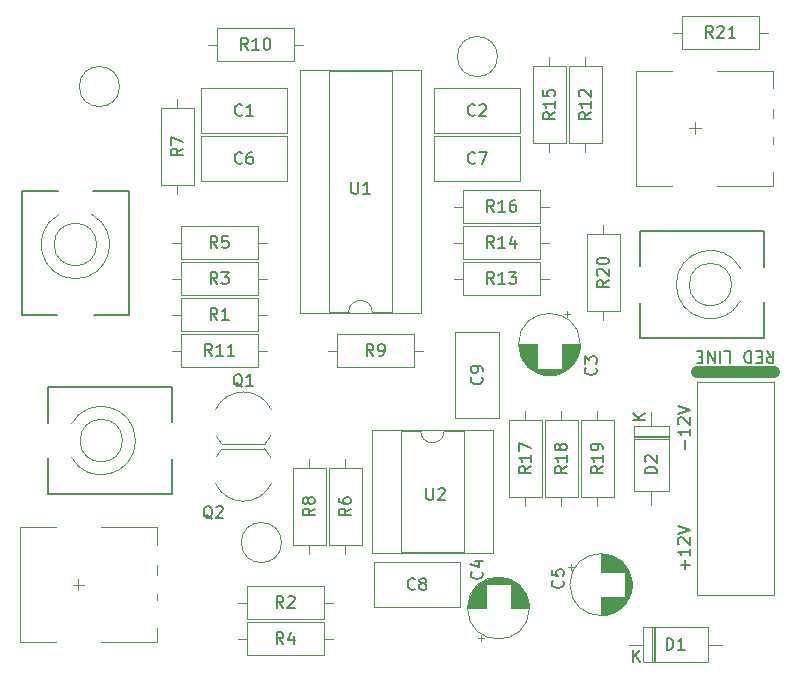
<source format=gto>
%TF.GenerationSoftware,KiCad,Pcbnew,(6.0.0-0)*%
%TF.CreationDate,2022-05-15T09:39:36+01:00*%
%TF.ProjectId,example-lowpass-filter,6578616d-706c-4652-9d6c-6f7770617373,r01*%
%TF.SameCoordinates,Original*%
%TF.FileFunction,Legend,Top*%
%TF.FilePolarity,Positive*%
%FSLAX46Y46*%
G04 Gerber Fmt 4.6, Leading zero omitted, Abs format (unit mm)*
G04 Created by KiCad (PCBNEW (6.0.0-0)) date 2022-05-15 09:39:36*
%MOMM*%
%LPD*%
G01*
G04 APERTURE LIST*
%ADD10C,0.150000*%
%ADD11C,0.120000*%
%ADD12C,0.200000*%
%ADD13C,1.000000*%
G04 APERTURE END LIST*
D10*
%TO.C,R21*%
X153535142Y-51760380D02*
X153201809Y-51284190D01*
X152963714Y-51760380D02*
X152963714Y-50760380D01*
X153344666Y-50760380D01*
X153439904Y-50808000D01*
X153487523Y-50855619D01*
X153535142Y-50950857D01*
X153535142Y-51093714D01*
X153487523Y-51188952D01*
X153439904Y-51236571D01*
X153344666Y-51284190D01*
X152963714Y-51284190D01*
X153916095Y-50855619D02*
X153963714Y-50808000D01*
X154058952Y-50760380D01*
X154297047Y-50760380D01*
X154392285Y-50808000D01*
X154439904Y-50855619D01*
X154487523Y-50950857D01*
X154487523Y-51046095D01*
X154439904Y-51188952D01*
X153868476Y-51760380D01*
X154487523Y-51760380D01*
X155439904Y-51760380D02*
X154868476Y-51760380D01*
X155154190Y-51760380D02*
X155154190Y-50760380D01*
X155058952Y-50903238D01*
X154963714Y-50998476D01*
X154868476Y-51046095D01*
%TO.C,R20*%
X144724380Y-72270857D02*
X144248190Y-72604190D01*
X144724380Y-72842285D02*
X143724380Y-72842285D01*
X143724380Y-72461333D01*
X143772000Y-72366095D01*
X143819619Y-72318476D01*
X143914857Y-72270857D01*
X144057714Y-72270857D01*
X144152952Y-72318476D01*
X144200571Y-72366095D01*
X144248190Y-72461333D01*
X144248190Y-72842285D01*
X143819619Y-71889904D02*
X143772000Y-71842285D01*
X143724380Y-71747047D01*
X143724380Y-71508952D01*
X143772000Y-71413714D01*
X143819619Y-71366095D01*
X143914857Y-71318476D01*
X144010095Y-71318476D01*
X144152952Y-71366095D01*
X144724380Y-71937523D01*
X144724380Y-71318476D01*
X143724380Y-70699428D02*
X143724380Y-70604190D01*
X143772000Y-70508952D01*
X143819619Y-70461333D01*
X143914857Y-70413714D01*
X144105333Y-70366095D01*
X144343428Y-70366095D01*
X144533904Y-70413714D01*
X144629142Y-70461333D01*
X144676761Y-70508952D01*
X144724380Y-70604190D01*
X144724380Y-70699428D01*
X144676761Y-70794666D01*
X144629142Y-70842285D01*
X144533904Y-70889904D01*
X144343428Y-70937523D01*
X144105333Y-70937523D01*
X143914857Y-70889904D01*
X143819619Y-70842285D01*
X143772000Y-70794666D01*
X143724380Y-70699428D01*
%TO.C,R13*%
X134993142Y-72588380D02*
X134659809Y-72112190D01*
X134421714Y-72588380D02*
X134421714Y-71588380D01*
X134802666Y-71588380D01*
X134897904Y-71636000D01*
X134945523Y-71683619D01*
X134993142Y-71778857D01*
X134993142Y-71921714D01*
X134945523Y-72016952D01*
X134897904Y-72064571D01*
X134802666Y-72112190D01*
X134421714Y-72112190D01*
X135945523Y-72588380D02*
X135374095Y-72588380D01*
X135659809Y-72588380D02*
X135659809Y-71588380D01*
X135564571Y-71731238D01*
X135469333Y-71826476D01*
X135374095Y-71874095D01*
X136278857Y-71588380D02*
X136897904Y-71588380D01*
X136564571Y-71969333D01*
X136707428Y-71969333D01*
X136802666Y-72016952D01*
X136850285Y-72064571D01*
X136897904Y-72159809D01*
X136897904Y-72397904D01*
X136850285Y-72493142D01*
X136802666Y-72540761D01*
X136707428Y-72588380D01*
X136421714Y-72588380D01*
X136326476Y-72540761D01*
X136278857Y-72493142D01*
%TO.C,C4*%
X133961142Y-96940666D02*
X134008761Y-96988285D01*
X134056380Y-97131142D01*
X134056380Y-97226380D01*
X134008761Y-97369238D01*
X133913523Y-97464476D01*
X133818285Y-97512095D01*
X133627809Y-97559714D01*
X133484952Y-97559714D01*
X133294476Y-97512095D01*
X133199238Y-97464476D01*
X133104000Y-97369238D01*
X133056380Y-97226380D01*
X133056380Y-97131142D01*
X133104000Y-96988285D01*
X133151619Y-96940666D01*
X133389714Y-96083523D02*
X134056380Y-96083523D01*
X133008761Y-96321619D02*
X133723047Y-96559714D01*
X133723047Y-95940666D01*
%TO.C,C3*%
X143613142Y-79668666D02*
X143660761Y-79716285D01*
X143708380Y-79859142D01*
X143708380Y-79954380D01*
X143660761Y-80097238D01*
X143565523Y-80192476D01*
X143470285Y-80240095D01*
X143279809Y-80287714D01*
X143136952Y-80287714D01*
X142946476Y-80240095D01*
X142851238Y-80192476D01*
X142756000Y-80097238D01*
X142708380Y-79954380D01*
X142708380Y-79859142D01*
X142756000Y-79716285D01*
X142803619Y-79668666D01*
X142708380Y-79335333D02*
X142708380Y-78716285D01*
X143089333Y-79049619D01*
X143089333Y-78906761D01*
X143136952Y-78811523D01*
X143184571Y-78763904D01*
X143279809Y-78716285D01*
X143517904Y-78716285D01*
X143613142Y-78763904D01*
X143660761Y-78811523D01*
X143708380Y-78906761D01*
X143708380Y-79192476D01*
X143660761Y-79287714D01*
X143613142Y-79335333D01*
%TO.C,R14*%
X134993142Y-69540380D02*
X134659809Y-69064190D01*
X134421714Y-69540380D02*
X134421714Y-68540380D01*
X134802666Y-68540380D01*
X134897904Y-68588000D01*
X134945523Y-68635619D01*
X134993142Y-68730857D01*
X134993142Y-68873714D01*
X134945523Y-68968952D01*
X134897904Y-69016571D01*
X134802666Y-69064190D01*
X134421714Y-69064190D01*
X135945523Y-69540380D02*
X135374095Y-69540380D01*
X135659809Y-69540380D02*
X135659809Y-68540380D01*
X135564571Y-68683238D01*
X135469333Y-68778476D01*
X135374095Y-68826095D01*
X136802666Y-68873714D02*
X136802666Y-69540380D01*
X136564571Y-68492761D02*
X136326476Y-69207047D01*
X136945523Y-69207047D01*
%TO.C,R3*%
X111593333Y-72588380D02*
X111260000Y-72112190D01*
X111021904Y-72588380D02*
X111021904Y-71588380D01*
X111402857Y-71588380D01*
X111498095Y-71636000D01*
X111545714Y-71683619D01*
X111593333Y-71778857D01*
X111593333Y-71921714D01*
X111545714Y-72016952D01*
X111498095Y-72064571D01*
X111402857Y-72112190D01*
X111021904Y-72112190D01*
X111926666Y-71588380D02*
X112545714Y-71588380D01*
X112212380Y-71969333D01*
X112355238Y-71969333D01*
X112450476Y-72016952D01*
X112498095Y-72064571D01*
X112545714Y-72159809D01*
X112545714Y-72397904D01*
X112498095Y-72493142D01*
X112450476Y-72540761D01*
X112355238Y-72588380D01*
X112069523Y-72588380D01*
X111974285Y-72540761D01*
X111926666Y-72493142D01*
%TO.C,R9*%
X124801333Y-78684380D02*
X124468000Y-78208190D01*
X124229904Y-78684380D02*
X124229904Y-77684380D01*
X124610857Y-77684380D01*
X124706095Y-77732000D01*
X124753714Y-77779619D01*
X124801333Y-77874857D01*
X124801333Y-78017714D01*
X124753714Y-78112952D01*
X124706095Y-78160571D01*
X124610857Y-78208190D01*
X124229904Y-78208190D01*
X125277523Y-78684380D02*
X125468000Y-78684380D01*
X125563238Y-78636761D01*
X125610857Y-78589142D01*
X125706095Y-78446285D01*
X125753714Y-78255809D01*
X125753714Y-77874857D01*
X125706095Y-77779619D01*
X125658476Y-77732000D01*
X125563238Y-77684380D01*
X125372761Y-77684380D01*
X125277523Y-77732000D01*
X125229904Y-77779619D01*
X125182285Y-77874857D01*
X125182285Y-78112952D01*
X125229904Y-78208190D01*
X125277523Y-78255809D01*
X125372761Y-78303428D01*
X125563238Y-78303428D01*
X125658476Y-78255809D01*
X125706095Y-78208190D01*
X125753714Y-78112952D01*
%TO.C,R17*%
X138120380Y-88018857D02*
X137644190Y-88352190D01*
X138120380Y-88590285D02*
X137120380Y-88590285D01*
X137120380Y-88209333D01*
X137168000Y-88114095D01*
X137215619Y-88066476D01*
X137310857Y-88018857D01*
X137453714Y-88018857D01*
X137548952Y-88066476D01*
X137596571Y-88114095D01*
X137644190Y-88209333D01*
X137644190Y-88590285D01*
X138120380Y-87066476D02*
X138120380Y-87637904D01*
X138120380Y-87352190D02*
X137120380Y-87352190D01*
X137263238Y-87447428D01*
X137358476Y-87542666D01*
X137406095Y-87637904D01*
X137120380Y-86733142D02*
X137120380Y-86066476D01*
X138120380Y-86495047D01*
%TO.C,R11*%
X111117142Y-78684380D02*
X110783809Y-78208190D01*
X110545714Y-78684380D02*
X110545714Y-77684380D01*
X110926666Y-77684380D01*
X111021904Y-77732000D01*
X111069523Y-77779619D01*
X111117142Y-77874857D01*
X111117142Y-78017714D01*
X111069523Y-78112952D01*
X111021904Y-78160571D01*
X110926666Y-78208190D01*
X110545714Y-78208190D01*
X112069523Y-78684380D02*
X111498095Y-78684380D01*
X111783809Y-78684380D02*
X111783809Y-77684380D01*
X111688571Y-77827238D01*
X111593333Y-77922476D01*
X111498095Y-77970095D01*
X113021904Y-78684380D02*
X112450476Y-78684380D01*
X112736190Y-78684380D02*
X112736190Y-77684380D01*
X112640952Y-77827238D01*
X112545714Y-77922476D01*
X112450476Y-77970095D01*
%TO.C,C8*%
X128317333Y-98401142D02*
X128269714Y-98448761D01*
X128126857Y-98496380D01*
X128031619Y-98496380D01*
X127888761Y-98448761D01*
X127793523Y-98353523D01*
X127745904Y-98258285D01*
X127698285Y-98067809D01*
X127698285Y-97924952D01*
X127745904Y-97734476D01*
X127793523Y-97639238D01*
X127888761Y-97544000D01*
X128031619Y-97496380D01*
X128126857Y-97496380D01*
X128269714Y-97544000D01*
X128317333Y-97591619D01*
X128888761Y-97924952D02*
X128793523Y-97877333D01*
X128745904Y-97829714D01*
X128698285Y-97734476D01*
X128698285Y-97686857D01*
X128745904Y-97591619D01*
X128793523Y-97544000D01*
X128888761Y-97496380D01*
X129079238Y-97496380D01*
X129174476Y-97544000D01*
X129222095Y-97591619D01*
X129269714Y-97686857D01*
X129269714Y-97734476D01*
X129222095Y-97829714D01*
X129174476Y-97877333D01*
X129079238Y-97924952D01*
X128888761Y-97924952D01*
X128793523Y-97972571D01*
X128745904Y-98020190D01*
X128698285Y-98115428D01*
X128698285Y-98305904D01*
X128745904Y-98401142D01*
X128793523Y-98448761D01*
X128888761Y-98496380D01*
X129079238Y-98496380D01*
X129174476Y-98448761D01*
X129222095Y-98401142D01*
X129269714Y-98305904D01*
X129269714Y-98115428D01*
X129222095Y-98020190D01*
X129174476Y-97972571D01*
X129079238Y-97924952D01*
%TO.C,Q1*%
X113696761Y-81315619D02*
X113601523Y-81268000D01*
X113506285Y-81172761D01*
X113363428Y-81029904D01*
X113268190Y-80982285D01*
X113172952Y-80982285D01*
X113220571Y-81220380D02*
X113125333Y-81172761D01*
X113030095Y-81077523D01*
X112982476Y-80887047D01*
X112982476Y-80553714D01*
X113030095Y-80363238D01*
X113125333Y-80268000D01*
X113220571Y-80220380D01*
X113411047Y-80220380D01*
X113506285Y-80268000D01*
X113601523Y-80363238D01*
X113649142Y-80553714D01*
X113649142Y-80887047D01*
X113601523Y-81077523D01*
X113506285Y-81172761D01*
X113411047Y-81220380D01*
X113220571Y-81220380D01*
X114601523Y-81220380D02*
X114030095Y-81220380D01*
X114315809Y-81220380D02*
X114315809Y-80220380D01*
X114220571Y-80363238D01*
X114125333Y-80458476D01*
X114030095Y-80506095D01*
%TO.C,R7*%
X108656380Y-61126666D02*
X108180190Y-61460000D01*
X108656380Y-61698095D02*
X107656380Y-61698095D01*
X107656380Y-61317142D01*
X107704000Y-61221904D01*
X107751619Y-61174285D01*
X107846857Y-61126666D01*
X107989714Y-61126666D01*
X108084952Y-61174285D01*
X108132571Y-61221904D01*
X108180190Y-61317142D01*
X108180190Y-61698095D01*
X107656380Y-60793333D02*
X107656380Y-60126666D01*
X108656380Y-60555238D01*
%TO.C,R15*%
X140152380Y-58046857D02*
X139676190Y-58380190D01*
X140152380Y-58618285D02*
X139152380Y-58618285D01*
X139152380Y-58237333D01*
X139200000Y-58142095D01*
X139247619Y-58094476D01*
X139342857Y-58046857D01*
X139485714Y-58046857D01*
X139580952Y-58094476D01*
X139628571Y-58142095D01*
X139676190Y-58237333D01*
X139676190Y-58618285D01*
X140152380Y-57094476D02*
X140152380Y-57665904D01*
X140152380Y-57380190D02*
X139152380Y-57380190D01*
X139295238Y-57475428D01*
X139390476Y-57570666D01*
X139438095Y-57665904D01*
X139152380Y-56189714D02*
X139152380Y-56665904D01*
X139628571Y-56713523D01*
X139580952Y-56665904D01*
X139533333Y-56570666D01*
X139533333Y-56332571D01*
X139580952Y-56237333D01*
X139628571Y-56189714D01*
X139723809Y-56142095D01*
X139961904Y-56142095D01*
X140057142Y-56189714D01*
X140104761Y-56237333D01*
X140152380Y-56332571D01*
X140152380Y-56570666D01*
X140104761Y-56665904D01*
X140057142Y-56713523D01*
%TO.C,R4*%
X117181333Y-103068380D02*
X116848000Y-102592190D01*
X116609904Y-103068380D02*
X116609904Y-102068380D01*
X116990857Y-102068380D01*
X117086095Y-102116000D01*
X117133714Y-102163619D01*
X117181333Y-102258857D01*
X117181333Y-102401714D01*
X117133714Y-102496952D01*
X117086095Y-102544571D01*
X116990857Y-102592190D01*
X116609904Y-102592190D01*
X118038476Y-102401714D02*
X118038476Y-103068380D01*
X117800380Y-102020761D02*
X117562285Y-102735047D01*
X118181333Y-102735047D01*
%TO.C,Q2*%
X111156761Y-92495619D02*
X111061523Y-92448000D01*
X110966285Y-92352761D01*
X110823428Y-92209904D01*
X110728190Y-92162285D01*
X110632952Y-92162285D01*
X110680571Y-92400380D02*
X110585333Y-92352761D01*
X110490095Y-92257523D01*
X110442476Y-92067047D01*
X110442476Y-91733714D01*
X110490095Y-91543238D01*
X110585333Y-91448000D01*
X110680571Y-91400380D01*
X110871047Y-91400380D01*
X110966285Y-91448000D01*
X111061523Y-91543238D01*
X111109142Y-91733714D01*
X111109142Y-92067047D01*
X111061523Y-92257523D01*
X110966285Y-92352761D01*
X110871047Y-92400380D01*
X110680571Y-92400380D01*
X111490095Y-91495619D02*
X111537714Y-91448000D01*
X111632952Y-91400380D01*
X111871047Y-91400380D01*
X111966285Y-91448000D01*
X112013904Y-91495619D01*
X112061523Y-91590857D01*
X112061523Y-91686095D01*
X112013904Y-91828952D01*
X111442476Y-92400380D01*
X112061523Y-92400380D01*
%TO.C,D2*%
X148788380Y-88622095D02*
X147788380Y-88622095D01*
X147788380Y-88384000D01*
X147836000Y-88241142D01*
X147931238Y-88145904D01*
X148026476Y-88098285D01*
X148216952Y-88050666D01*
X148359809Y-88050666D01*
X148550285Y-88098285D01*
X148645523Y-88145904D01*
X148740761Y-88241142D01*
X148788380Y-88384000D01*
X148788380Y-88622095D01*
X147883619Y-87669714D02*
X147836000Y-87622095D01*
X147788380Y-87526857D01*
X147788380Y-87288761D01*
X147836000Y-87193523D01*
X147883619Y-87145904D01*
X147978857Y-87098285D01*
X148074095Y-87098285D01*
X148216952Y-87145904D01*
X148788380Y-87717333D01*
X148788380Y-87098285D01*
X147772380Y-84081904D02*
X146772380Y-84081904D01*
X147772380Y-83510476D02*
X147200952Y-83939047D01*
X146772380Y-83510476D02*
X147343809Y-84081904D01*
%TO.C,C7*%
X133397333Y-62333142D02*
X133349714Y-62380761D01*
X133206857Y-62428380D01*
X133111619Y-62428380D01*
X132968761Y-62380761D01*
X132873523Y-62285523D01*
X132825904Y-62190285D01*
X132778285Y-61999809D01*
X132778285Y-61856952D01*
X132825904Y-61666476D01*
X132873523Y-61571238D01*
X132968761Y-61476000D01*
X133111619Y-61428380D01*
X133206857Y-61428380D01*
X133349714Y-61476000D01*
X133397333Y-61523619D01*
X133730666Y-61428380D02*
X134397333Y-61428380D01*
X133968761Y-62428380D01*
%TO.C,C1*%
X113665333Y-58269142D02*
X113617714Y-58316761D01*
X113474857Y-58364380D01*
X113379619Y-58364380D01*
X113236761Y-58316761D01*
X113141523Y-58221523D01*
X113093904Y-58126285D01*
X113046285Y-57935809D01*
X113046285Y-57792952D01*
X113093904Y-57602476D01*
X113141523Y-57507238D01*
X113236761Y-57412000D01*
X113379619Y-57364380D01*
X113474857Y-57364380D01*
X113617714Y-57412000D01*
X113665333Y-57459619D01*
X114617714Y-58364380D02*
X114046285Y-58364380D01*
X114332000Y-58364380D02*
X114332000Y-57364380D01*
X114236761Y-57507238D01*
X114141523Y-57602476D01*
X114046285Y-57650095D01*
%TO.C,R6*%
X122880380Y-91606666D02*
X122404190Y-91940000D01*
X122880380Y-92178095D02*
X121880380Y-92178095D01*
X121880380Y-91797142D01*
X121928000Y-91701904D01*
X121975619Y-91654285D01*
X122070857Y-91606666D01*
X122213714Y-91606666D01*
X122308952Y-91654285D01*
X122356571Y-91701904D01*
X122404190Y-91797142D01*
X122404190Y-92178095D01*
X121880380Y-90749523D02*
X121880380Y-90940000D01*
X121928000Y-91035238D01*
X121975619Y-91082857D01*
X122118476Y-91178095D01*
X122308952Y-91225714D01*
X122689904Y-91225714D01*
X122785142Y-91178095D01*
X122832761Y-91130476D01*
X122880380Y-91035238D01*
X122880380Y-90844761D01*
X122832761Y-90749523D01*
X122785142Y-90701904D01*
X122689904Y-90654285D01*
X122451809Y-90654285D01*
X122356571Y-90701904D01*
X122308952Y-90749523D01*
X122261333Y-90844761D01*
X122261333Y-91035238D01*
X122308952Y-91130476D01*
X122356571Y-91178095D01*
X122451809Y-91225714D01*
%TO.C,R8*%
X119832380Y-91606666D02*
X119356190Y-91940000D01*
X119832380Y-92178095D02*
X118832380Y-92178095D01*
X118832380Y-91797142D01*
X118880000Y-91701904D01*
X118927619Y-91654285D01*
X119022857Y-91606666D01*
X119165714Y-91606666D01*
X119260952Y-91654285D01*
X119308571Y-91701904D01*
X119356190Y-91797142D01*
X119356190Y-92178095D01*
X119260952Y-91035238D02*
X119213333Y-91130476D01*
X119165714Y-91178095D01*
X119070476Y-91225714D01*
X119022857Y-91225714D01*
X118927619Y-91178095D01*
X118880000Y-91130476D01*
X118832380Y-91035238D01*
X118832380Y-90844761D01*
X118880000Y-90749523D01*
X118927619Y-90701904D01*
X119022857Y-90654285D01*
X119070476Y-90654285D01*
X119165714Y-90701904D01*
X119213333Y-90749523D01*
X119260952Y-90844761D01*
X119260952Y-91035238D01*
X119308571Y-91130476D01*
X119356190Y-91178095D01*
X119451428Y-91225714D01*
X119641904Y-91225714D01*
X119737142Y-91178095D01*
X119784761Y-91130476D01*
X119832380Y-91035238D01*
X119832380Y-90844761D01*
X119784761Y-90749523D01*
X119737142Y-90701904D01*
X119641904Y-90654285D01*
X119451428Y-90654285D01*
X119356190Y-90701904D01*
X119308571Y-90749523D01*
X119260952Y-90844761D01*
%TO.C,R2*%
X117181333Y-100020380D02*
X116848000Y-99544190D01*
X116609904Y-100020380D02*
X116609904Y-99020380D01*
X116990857Y-99020380D01*
X117086095Y-99068000D01*
X117133714Y-99115619D01*
X117181333Y-99210857D01*
X117181333Y-99353714D01*
X117133714Y-99448952D01*
X117086095Y-99496571D01*
X116990857Y-99544190D01*
X116609904Y-99544190D01*
X117562285Y-99115619D02*
X117609904Y-99068000D01*
X117705142Y-99020380D01*
X117943238Y-99020380D01*
X118038476Y-99068000D01*
X118086095Y-99115619D01*
X118133714Y-99210857D01*
X118133714Y-99306095D01*
X118086095Y-99448952D01*
X117514666Y-100020380D01*
X118133714Y-100020380D01*
%TO.C,U1*%
X122936095Y-63968380D02*
X122936095Y-64777904D01*
X122983714Y-64873142D01*
X123031333Y-64920761D01*
X123126571Y-64968380D01*
X123317047Y-64968380D01*
X123412285Y-64920761D01*
X123459904Y-64873142D01*
X123507523Y-64777904D01*
X123507523Y-63968380D01*
X124507523Y-64968380D02*
X123936095Y-64968380D01*
X124221809Y-64968380D02*
X124221809Y-63968380D01*
X124126571Y-64111238D01*
X124031333Y-64206476D01*
X123936095Y-64254095D01*
%TO.C,C9*%
X133961142Y-80470666D02*
X134008761Y-80518285D01*
X134056380Y-80661142D01*
X134056380Y-80756380D01*
X134008761Y-80899238D01*
X133913523Y-80994476D01*
X133818285Y-81042095D01*
X133627809Y-81089714D01*
X133484952Y-81089714D01*
X133294476Y-81042095D01*
X133199238Y-80994476D01*
X133104000Y-80899238D01*
X133056380Y-80756380D01*
X133056380Y-80661142D01*
X133104000Y-80518285D01*
X133151619Y-80470666D01*
X134056380Y-79994476D02*
X134056380Y-79804000D01*
X134008761Y-79708761D01*
X133961142Y-79661142D01*
X133818285Y-79565904D01*
X133627809Y-79518285D01*
X133246857Y-79518285D01*
X133151619Y-79565904D01*
X133104000Y-79613523D01*
X133056380Y-79708761D01*
X133056380Y-79899238D01*
X133104000Y-79994476D01*
X133151619Y-80042095D01*
X133246857Y-80089714D01*
X133484952Y-80089714D01*
X133580190Y-80042095D01*
X133627809Y-79994476D01*
X133675428Y-79899238D01*
X133675428Y-79708761D01*
X133627809Y-79613523D01*
X133580190Y-79565904D01*
X133484952Y-79518285D01*
%TO.C,R10*%
X114165142Y-52776380D02*
X113831809Y-52300190D01*
X113593714Y-52776380D02*
X113593714Y-51776380D01*
X113974666Y-51776380D01*
X114069904Y-51824000D01*
X114117523Y-51871619D01*
X114165142Y-51966857D01*
X114165142Y-52109714D01*
X114117523Y-52204952D01*
X114069904Y-52252571D01*
X113974666Y-52300190D01*
X113593714Y-52300190D01*
X115117523Y-52776380D02*
X114546095Y-52776380D01*
X114831809Y-52776380D02*
X114831809Y-51776380D01*
X114736571Y-51919238D01*
X114641333Y-52014476D01*
X114546095Y-52062095D01*
X115736571Y-51776380D02*
X115831809Y-51776380D01*
X115927047Y-51824000D01*
X115974666Y-51871619D01*
X116022285Y-51966857D01*
X116069904Y-52157333D01*
X116069904Y-52395428D01*
X116022285Y-52585904D01*
X115974666Y-52681142D01*
X115927047Y-52728761D01*
X115831809Y-52776380D01*
X115736571Y-52776380D01*
X115641333Y-52728761D01*
X115593714Y-52681142D01*
X115546095Y-52585904D01*
X115498476Y-52395428D01*
X115498476Y-52157333D01*
X115546095Y-51966857D01*
X115593714Y-51871619D01*
X115641333Y-51824000D01*
X115736571Y-51776380D01*
%TO.C,J3*%
X151201428Y-96757904D02*
X151201428Y-95996000D01*
X151582380Y-96376952D02*
X150820476Y-96376952D01*
X151582380Y-94996000D02*
X151582380Y-95567428D01*
X151582380Y-95281714D02*
X150582380Y-95281714D01*
X150725238Y-95376952D01*
X150820476Y-95472190D01*
X150868095Y-95567428D01*
X150677619Y-94615047D02*
X150630000Y-94567428D01*
X150582380Y-94472190D01*
X150582380Y-94234095D01*
X150630000Y-94138857D01*
X150677619Y-94091238D01*
X150772857Y-94043619D01*
X150868095Y-94043619D01*
X151010952Y-94091238D01*
X151582380Y-94662666D01*
X151582380Y-94043619D01*
X150582380Y-93757904D02*
X151582380Y-93424571D01*
X150582380Y-93091238D01*
X158090857Y-78287619D02*
X158424190Y-78763809D01*
X158662285Y-78287619D02*
X158662285Y-79287619D01*
X158281333Y-79287619D01*
X158186095Y-79240000D01*
X158138476Y-79192380D01*
X158090857Y-79097142D01*
X158090857Y-78954285D01*
X158138476Y-78859047D01*
X158186095Y-78811428D01*
X158281333Y-78763809D01*
X158662285Y-78763809D01*
X157662285Y-78811428D02*
X157328952Y-78811428D01*
X157186095Y-78287619D02*
X157662285Y-78287619D01*
X157662285Y-79287619D01*
X157186095Y-79287619D01*
X156757523Y-78287619D02*
X156757523Y-79287619D01*
X156519428Y-79287619D01*
X156376571Y-79240000D01*
X156281333Y-79144761D01*
X156233714Y-79049523D01*
X156186095Y-78859047D01*
X156186095Y-78716190D01*
X156233714Y-78525714D01*
X156281333Y-78430476D01*
X156376571Y-78335238D01*
X156519428Y-78287619D01*
X156757523Y-78287619D01*
X154519428Y-78287619D02*
X154995619Y-78287619D01*
X154995619Y-79287619D01*
X154186095Y-78287619D02*
X154186095Y-79287619D01*
X153709904Y-78287619D02*
X153709904Y-79287619D01*
X153138476Y-78287619D01*
X153138476Y-79287619D01*
X152662285Y-78811428D02*
X152328952Y-78811428D01*
X152186095Y-78287619D02*
X152662285Y-78287619D01*
X152662285Y-79287619D01*
X152186095Y-79287619D01*
X151201428Y-86597904D02*
X151201428Y-85836000D01*
X151582380Y-84836000D02*
X151582380Y-85407428D01*
X151582380Y-85121714D02*
X150582380Y-85121714D01*
X150725238Y-85216952D01*
X150820476Y-85312190D01*
X150868095Y-85407428D01*
X150677619Y-84455047D02*
X150630000Y-84407428D01*
X150582380Y-84312190D01*
X150582380Y-84074095D01*
X150630000Y-83978857D01*
X150677619Y-83931238D01*
X150772857Y-83883619D01*
X150868095Y-83883619D01*
X151010952Y-83931238D01*
X151582380Y-84502666D01*
X151582380Y-83883619D01*
X150582380Y-83597904D02*
X151582380Y-83264571D01*
X150582380Y-82931238D01*
%TO.C,D1*%
X149629904Y-103576380D02*
X149629904Y-102576380D01*
X149868000Y-102576380D01*
X150010857Y-102624000D01*
X150106095Y-102719238D01*
X150153714Y-102814476D01*
X150201333Y-103004952D01*
X150201333Y-103147809D01*
X150153714Y-103338285D01*
X150106095Y-103433523D01*
X150010857Y-103528761D01*
X149868000Y-103576380D01*
X149629904Y-103576380D01*
X151153714Y-103576380D02*
X150582285Y-103576380D01*
X150868000Y-103576380D02*
X150868000Y-102576380D01*
X150772761Y-102719238D01*
X150677523Y-102814476D01*
X150582285Y-102862095D01*
X146776095Y-104592380D02*
X146776095Y-103592380D01*
X147347523Y-104592380D02*
X146918952Y-104020952D01*
X147347523Y-103592380D02*
X146776095Y-104163809D01*
%TO.C,C2*%
X133397333Y-58269142D02*
X133349714Y-58316761D01*
X133206857Y-58364380D01*
X133111619Y-58364380D01*
X132968761Y-58316761D01*
X132873523Y-58221523D01*
X132825904Y-58126285D01*
X132778285Y-57935809D01*
X132778285Y-57792952D01*
X132825904Y-57602476D01*
X132873523Y-57507238D01*
X132968761Y-57412000D01*
X133111619Y-57364380D01*
X133206857Y-57364380D01*
X133349714Y-57412000D01*
X133397333Y-57459619D01*
X133778285Y-57459619D02*
X133825904Y-57412000D01*
X133921142Y-57364380D01*
X134159238Y-57364380D01*
X134254476Y-57412000D01*
X134302095Y-57459619D01*
X134349714Y-57554857D01*
X134349714Y-57650095D01*
X134302095Y-57792952D01*
X133730666Y-58364380D01*
X134349714Y-58364380D01*
%TO.C,R1*%
X111593333Y-75636380D02*
X111260000Y-75160190D01*
X111021904Y-75636380D02*
X111021904Y-74636380D01*
X111402857Y-74636380D01*
X111498095Y-74684000D01*
X111545714Y-74731619D01*
X111593333Y-74826857D01*
X111593333Y-74969714D01*
X111545714Y-75064952D01*
X111498095Y-75112571D01*
X111402857Y-75160190D01*
X111021904Y-75160190D01*
X112545714Y-75636380D02*
X111974285Y-75636380D01*
X112260000Y-75636380D02*
X112260000Y-74636380D01*
X112164761Y-74779238D01*
X112069523Y-74874476D01*
X111974285Y-74922095D01*
%TO.C,R16*%
X134993142Y-66492380D02*
X134659809Y-66016190D01*
X134421714Y-66492380D02*
X134421714Y-65492380D01*
X134802666Y-65492380D01*
X134897904Y-65540000D01*
X134945523Y-65587619D01*
X134993142Y-65682857D01*
X134993142Y-65825714D01*
X134945523Y-65920952D01*
X134897904Y-65968571D01*
X134802666Y-66016190D01*
X134421714Y-66016190D01*
X135945523Y-66492380D02*
X135374095Y-66492380D01*
X135659809Y-66492380D02*
X135659809Y-65492380D01*
X135564571Y-65635238D01*
X135469333Y-65730476D01*
X135374095Y-65778095D01*
X136802666Y-65492380D02*
X136612190Y-65492380D01*
X136516952Y-65540000D01*
X136469333Y-65587619D01*
X136374095Y-65730476D01*
X136326476Y-65920952D01*
X136326476Y-66301904D01*
X136374095Y-66397142D01*
X136421714Y-66444761D01*
X136516952Y-66492380D01*
X136707428Y-66492380D01*
X136802666Y-66444761D01*
X136850285Y-66397142D01*
X136897904Y-66301904D01*
X136897904Y-66063809D01*
X136850285Y-65968571D01*
X136802666Y-65920952D01*
X136707428Y-65873333D01*
X136516952Y-65873333D01*
X136421714Y-65920952D01*
X136374095Y-65968571D01*
X136326476Y-66063809D01*
%TO.C,R12*%
X143200380Y-58046857D02*
X142724190Y-58380190D01*
X143200380Y-58618285D02*
X142200380Y-58618285D01*
X142200380Y-58237333D01*
X142248000Y-58142095D01*
X142295619Y-58094476D01*
X142390857Y-58046857D01*
X142533714Y-58046857D01*
X142628952Y-58094476D01*
X142676571Y-58142095D01*
X142724190Y-58237333D01*
X142724190Y-58618285D01*
X143200380Y-57094476D02*
X143200380Y-57665904D01*
X143200380Y-57380190D02*
X142200380Y-57380190D01*
X142343238Y-57475428D01*
X142438476Y-57570666D01*
X142486095Y-57665904D01*
X142295619Y-56713523D02*
X142248000Y-56665904D01*
X142200380Y-56570666D01*
X142200380Y-56332571D01*
X142248000Y-56237333D01*
X142295619Y-56189714D01*
X142390857Y-56142095D01*
X142486095Y-56142095D01*
X142628952Y-56189714D01*
X143200380Y-56761142D01*
X143200380Y-56142095D01*
%TO.C,C6*%
X113665333Y-62333142D02*
X113617714Y-62380761D01*
X113474857Y-62428380D01*
X113379619Y-62428380D01*
X113236761Y-62380761D01*
X113141523Y-62285523D01*
X113093904Y-62190285D01*
X113046285Y-61999809D01*
X113046285Y-61856952D01*
X113093904Y-61666476D01*
X113141523Y-61571238D01*
X113236761Y-61476000D01*
X113379619Y-61428380D01*
X113474857Y-61428380D01*
X113617714Y-61476000D01*
X113665333Y-61523619D01*
X114522476Y-61428380D02*
X114332000Y-61428380D01*
X114236761Y-61476000D01*
X114189142Y-61523619D01*
X114093904Y-61666476D01*
X114046285Y-61856952D01*
X114046285Y-62237904D01*
X114093904Y-62333142D01*
X114141523Y-62380761D01*
X114236761Y-62428380D01*
X114427238Y-62428380D01*
X114522476Y-62380761D01*
X114570095Y-62333142D01*
X114617714Y-62237904D01*
X114617714Y-61999809D01*
X114570095Y-61904571D01*
X114522476Y-61856952D01*
X114427238Y-61809333D01*
X114236761Y-61809333D01*
X114141523Y-61856952D01*
X114093904Y-61904571D01*
X114046285Y-61999809D01*
%TO.C,R18*%
X141168380Y-88018857D02*
X140692190Y-88352190D01*
X141168380Y-88590285D02*
X140168380Y-88590285D01*
X140168380Y-88209333D01*
X140216000Y-88114095D01*
X140263619Y-88066476D01*
X140358857Y-88018857D01*
X140501714Y-88018857D01*
X140596952Y-88066476D01*
X140644571Y-88114095D01*
X140692190Y-88209333D01*
X140692190Y-88590285D01*
X141168380Y-87066476D02*
X141168380Y-87637904D01*
X141168380Y-87352190D02*
X140168380Y-87352190D01*
X140311238Y-87447428D01*
X140406476Y-87542666D01*
X140454095Y-87637904D01*
X140596952Y-86495047D02*
X140549333Y-86590285D01*
X140501714Y-86637904D01*
X140406476Y-86685523D01*
X140358857Y-86685523D01*
X140263619Y-86637904D01*
X140216000Y-86590285D01*
X140168380Y-86495047D01*
X140168380Y-86304571D01*
X140216000Y-86209333D01*
X140263619Y-86161714D01*
X140358857Y-86114095D01*
X140406476Y-86114095D01*
X140501714Y-86161714D01*
X140549333Y-86209333D01*
X140596952Y-86304571D01*
X140596952Y-86495047D01*
X140644571Y-86590285D01*
X140692190Y-86637904D01*
X140787428Y-86685523D01*
X140977904Y-86685523D01*
X141073142Y-86637904D01*
X141120761Y-86590285D01*
X141168380Y-86495047D01*
X141168380Y-86304571D01*
X141120761Y-86209333D01*
X141073142Y-86161714D01*
X140977904Y-86114095D01*
X140787428Y-86114095D01*
X140692190Y-86161714D01*
X140644571Y-86209333D01*
X140596952Y-86304571D01*
%TO.C,R19*%
X144216380Y-88018857D02*
X143740190Y-88352190D01*
X144216380Y-88590285D02*
X143216380Y-88590285D01*
X143216380Y-88209333D01*
X143264000Y-88114095D01*
X143311619Y-88066476D01*
X143406857Y-88018857D01*
X143549714Y-88018857D01*
X143644952Y-88066476D01*
X143692571Y-88114095D01*
X143740190Y-88209333D01*
X143740190Y-88590285D01*
X144216380Y-87066476D02*
X144216380Y-87637904D01*
X144216380Y-87352190D02*
X143216380Y-87352190D01*
X143359238Y-87447428D01*
X143454476Y-87542666D01*
X143502095Y-87637904D01*
X144216380Y-86590285D02*
X144216380Y-86399809D01*
X144168761Y-86304571D01*
X144121142Y-86256952D01*
X143978285Y-86161714D01*
X143787809Y-86114095D01*
X143406857Y-86114095D01*
X143311619Y-86161714D01*
X143264000Y-86209333D01*
X143216380Y-86304571D01*
X143216380Y-86495047D01*
X143264000Y-86590285D01*
X143311619Y-86637904D01*
X143406857Y-86685523D01*
X143644952Y-86685523D01*
X143740190Y-86637904D01*
X143787809Y-86590285D01*
X143835428Y-86495047D01*
X143835428Y-86304571D01*
X143787809Y-86209333D01*
X143740190Y-86161714D01*
X143644952Y-86114095D01*
%TO.C,R5*%
X111593333Y-69540380D02*
X111260000Y-69064190D01*
X111021904Y-69540380D02*
X111021904Y-68540380D01*
X111402857Y-68540380D01*
X111498095Y-68588000D01*
X111545714Y-68635619D01*
X111593333Y-68730857D01*
X111593333Y-68873714D01*
X111545714Y-68968952D01*
X111498095Y-69016571D01*
X111402857Y-69064190D01*
X111021904Y-69064190D01*
X112498095Y-68540380D02*
X112021904Y-68540380D01*
X111974285Y-69016571D01*
X112021904Y-68968952D01*
X112117142Y-68921333D01*
X112355238Y-68921333D01*
X112450476Y-68968952D01*
X112498095Y-69016571D01*
X112545714Y-69111809D01*
X112545714Y-69349904D01*
X112498095Y-69445142D01*
X112450476Y-69492761D01*
X112355238Y-69540380D01*
X112117142Y-69540380D01*
X112021904Y-69492761D01*
X111974285Y-69445142D01*
%TO.C,C5*%
X140819143Y-97702666D02*
X140866762Y-97750285D01*
X140914381Y-97893142D01*
X140914381Y-97988380D01*
X140866762Y-98131238D01*
X140771524Y-98226476D01*
X140676286Y-98274095D01*
X140485810Y-98321714D01*
X140342953Y-98321714D01*
X140152477Y-98274095D01*
X140057239Y-98226476D01*
X139962001Y-98131238D01*
X139914381Y-97988380D01*
X139914381Y-97893142D01*
X139962001Y-97750285D01*
X140009620Y-97702666D01*
X139914381Y-96797904D02*
X139914381Y-97274095D01*
X140390572Y-97321714D01*
X140342953Y-97274095D01*
X140295334Y-97178857D01*
X140295334Y-96940761D01*
X140342953Y-96845523D01*
X140390572Y-96797904D01*
X140485810Y-96750285D01*
X140723905Y-96750285D01*
X140819143Y-96797904D01*
X140866762Y-96845523D01*
X140914381Y-96940761D01*
X140914381Y-97178857D01*
X140866762Y-97274095D01*
X140819143Y-97321714D01*
%TO.C,U2*%
X129286095Y-89876380D02*
X129286095Y-90685904D01*
X129333714Y-90781142D01*
X129381333Y-90828761D01*
X129476571Y-90876380D01*
X129667047Y-90876380D01*
X129762285Y-90828761D01*
X129809904Y-90781142D01*
X129857523Y-90685904D01*
X129857523Y-89876380D01*
X130286095Y-89971619D02*
X130333714Y-89924000D01*
X130428952Y-89876380D01*
X130667047Y-89876380D01*
X130762285Y-89924000D01*
X130809904Y-89971619D01*
X130857523Y-90066857D01*
X130857523Y-90162095D01*
X130809904Y-90304952D01*
X130238476Y-90876380D01*
X130857523Y-90876380D01*
D11*
%TO.C,RV2*%
X151512000Y-59396000D02*
X152512000Y-59396000D01*
X152012000Y-59896000D02*
X152012000Y-58896000D01*
X150102000Y-54526000D02*
X147042000Y-54526000D01*
X158632000Y-54526000D02*
X153912000Y-54526000D01*
X158632000Y-64276000D02*
X153912000Y-64276000D01*
X150102000Y-64266000D02*
X147042000Y-64266000D01*
X147042000Y-54526000D02*
X147042000Y-64266000D01*
X158632000Y-63086000D02*
X158632000Y-64266000D01*
X158632000Y-60186000D02*
X158632000Y-60716000D01*
X158632000Y-54526000D02*
X158632000Y-56016000D01*
X158632000Y-57736000D02*
X158632000Y-58566000D01*
%TO.C,R21*%
X150908000Y-52678000D02*
X157448000Y-52678000D01*
X158218000Y-51308000D02*
X157448000Y-51308000D01*
X150908000Y-49938000D02*
X150908000Y-52678000D01*
X157448000Y-52678000D02*
X157448000Y-49938000D01*
X157448000Y-49938000D02*
X150908000Y-49938000D01*
X150138000Y-51308000D02*
X150908000Y-51308000D01*
%TO.C,R20*%
X142902000Y-68358000D02*
X142902000Y-74898000D01*
X144272000Y-75668000D02*
X144272000Y-74898000D01*
X145642000Y-68358000D02*
X142902000Y-68358000D01*
X142902000Y-74898000D02*
X145642000Y-74898000D01*
X145642000Y-74898000D02*
X145642000Y-68358000D01*
X144272000Y-67588000D02*
X144272000Y-68358000D01*
D12*
%TO.C,J2*%
X107760000Y-81352000D02*
X107760000Y-84252000D01*
X97260000Y-90352000D02*
X107760000Y-90352000D01*
X97260000Y-81352000D02*
X107760000Y-81352000D01*
X107760000Y-87452000D02*
X107760000Y-90352000D01*
X97260000Y-87352000D02*
X97260000Y-90352000D01*
X97260000Y-81352000D02*
X97260000Y-84352000D01*
D11*
X99220001Y-87249000D02*
G75*
G03*
X99220001Y-84455000I2539999J1397000D01*
G01*
X103560000Y-85852000D02*
G75*
G03*
X103560000Y-85852000I-1800000J0D01*
G01*
%TO.C,R13*%
X138906000Y-73506000D02*
X138906000Y-70766000D01*
X138906000Y-70766000D02*
X132366000Y-70766000D01*
X132366000Y-70766000D02*
X132366000Y-73506000D01*
X131596000Y-72136000D02*
X132366000Y-72136000D01*
X139676000Y-72136000D02*
X138906000Y-72136000D01*
X132366000Y-73506000D02*
X138906000Y-73506000D01*
D12*
%TO.C,J4*%
X157838000Y-77144000D02*
X147338000Y-77144000D01*
X147338000Y-71044000D02*
X147338000Y-68144000D01*
X147338000Y-77144000D02*
X147338000Y-74244000D01*
X157838000Y-77144000D02*
X157838000Y-74144000D01*
X157838000Y-68144000D02*
X147338000Y-68144000D01*
X157838000Y-71144000D02*
X157838000Y-68144000D01*
D11*
X155877999Y-71247000D02*
G75*
G03*
X155877999Y-74041000I-2539999J-1397000D01*
G01*
X155138000Y-72644000D02*
G75*
G03*
X155138000Y-72644000I-1800000J0D01*
G01*
%TO.C,C4*%
X136422000Y-99831113D02*
X137955000Y-99831113D01*
X136422000Y-99791113D02*
X137951000Y-99791113D01*
X132940000Y-99190113D02*
X134342000Y-99190113D01*
X136422000Y-98470113D02*
X137447000Y-98470113D01*
X132927000Y-99230113D02*
X134342000Y-99230113D01*
X136422000Y-98390113D02*
X137386000Y-98390113D01*
X136422000Y-98030113D02*
X137035000Y-98030113D01*
X133556000Y-98190113D02*
X134342000Y-98190113D01*
X133828000Y-97950113D02*
X136936000Y-97950113D01*
X136422000Y-99951113D02*
X137961000Y-99951113D01*
X136422000Y-98230113D02*
X137246000Y-98230113D01*
X136422000Y-99190113D02*
X137824000Y-99190113D01*
X136422000Y-98270113D02*
X137283000Y-98270113D01*
X133233000Y-98590113D02*
X134342000Y-98590113D01*
X132839000Y-99591113D02*
X134342000Y-99591113D01*
X133882000Y-97910113D02*
X136882000Y-97910113D01*
X132817000Y-99751113D02*
X134342000Y-99751113D01*
X134864000Y-97470113D02*
X135900000Y-97470113D01*
X133999000Y-97830113D02*
X136765000Y-97830113D01*
X136422000Y-98190113D02*
X137208000Y-98190113D01*
X133317000Y-98470113D02*
X134342000Y-98470113D01*
X133907000Y-102835888D02*
X133907000Y-102335888D01*
X136422000Y-98990113D02*
X137747000Y-98990113D01*
X136422000Y-99551113D02*
X137918000Y-99551113D01*
X133287000Y-98510113D02*
X134342000Y-98510113D01*
X136422000Y-99711113D02*
X137943000Y-99711113D01*
X136422000Y-98550113D02*
X137504000Y-98550113D01*
X136422000Y-99511113D02*
X137910000Y-99511113D01*
X133639000Y-98110113D02*
X134342000Y-98110113D01*
X133072000Y-98870113D02*
X134342000Y-98870113D01*
X133683000Y-98070113D02*
X134342000Y-98070113D01*
X134284000Y-97670113D02*
X136480000Y-97670113D01*
X132813000Y-99791113D02*
X134342000Y-99791113D01*
X133411000Y-98350113D02*
X134342000Y-98350113D01*
X132984000Y-99070113D02*
X134342000Y-99070113D01*
X132802000Y-99991113D02*
X134342000Y-99991113D01*
X136422000Y-99431113D02*
X137893000Y-99431113D01*
X133939000Y-97870113D02*
X136825000Y-97870113D01*
X132881000Y-99391113D02*
X134342000Y-99391113D01*
X132891000Y-99351113D02*
X134342000Y-99351113D01*
X134467000Y-97590113D02*
X136297000Y-97590113D01*
X136422000Y-99230113D02*
X137837000Y-99230113D01*
X136422000Y-98830113D02*
X137672000Y-98830113D01*
X132871000Y-99431113D02*
X134342000Y-99431113D01*
X132846000Y-99551113D02*
X134342000Y-99551113D01*
X134131000Y-97750113D02*
X136633000Y-97750113D01*
X136422000Y-98710113D02*
X137606000Y-98710113D01*
X136422000Y-98870113D02*
X137692000Y-98870113D01*
X133378000Y-98390113D02*
X134342000Y-98390113D01*
X136422000Y-98670113D02*
X137582000Y-98670113D01*
X133017000Y-98990113D02*
X134342000Y-98990113D01*
X133034000Y-98950113D02*
X134342000Y-98950113D01*
X136422000Y-99270113D02*
X137850000Y-99270113D01*
X136422000Y-98150113D02*
X137167000Y-98150113D01*
X132809000Y-99831113D02*
X134342000Y-99831113D01*
X132832000Y-99631113D02*
X134342000Y-99631113D01*
X132821000Y-99711113D02*
X134342000Y-99711113D01*
X135098000Y-97430113D02*
X135666000Y-97430113D01*
X133777000Y-97990113D02*
X136987000Y-97990113D01*
X132902000Y-99310113D02*
X134342000Y-99310113D01*
X136422000Y-98350113D02*
X137353000Y-98350113D01*
X132968000Y-99110113D02*
X134342000Y-99110113D01*
X133092000Y-98830113D02*
X134342000Y-98830113D01*
X136422000Y-99070113D02*
X137780000Y-99070113D01*
X132954000Y-99150113D02*
X134342000Y-99150113D01*
X136422000Y-99991113D02*
X137962000Y-99991113D01*
X132862000Y-99471113D02*
X134342000Y-99471113D01*
X136422000Y-98630113D02*
X137557000Y-98630113D01*
X136422000Y-99351113D02*
X137873000Y-99351113D01*
X136422000Y-98750113D02*
X137629000Y-98750113D01*
X136422000Y-99150113D02*
X137810000Y-99150113D01*
X133158000Y-98710113D02*
X134342000Y-98710113D01*
X136422000Y-99310113D02*
X137862000Y-99310113D01*
X133114000Y-98790113D02*
X134342000Y-98790113D01*
X136422000Y-100031113D02*
X137962000Y-100031113D01*
X132826000Y-99671113D02*
X134342000Y-99671113D01*
X133481000Y-98270113D02*
X134342000Y-98270113D01*
X136422000Y-98070113D02*
X137081000Y-98070113D01*
X133729000Y-98030113D02*
X134342000Y-98030113D01*
X133053000Y-98910113D02*
X134342000Y-98910113D01*
X133260000Y-98550113D02*
X134342000Y-98550113D01*
X136422000Y-98510113D02*
X137477000Y-98510113D01*
X134577000Y-97550113D02*
X136187000Y-97550113D01*
X136422000Y-98950113D02*
X137730000Y-98950113D01*
X136422000Y-99591113D02*
X137925000Y-99591113D01*
X136422000Y-99391113D02*
X137883000Y-99391113D01*
X136422000Y-98110113D02*
X137125000Y-98110113D01*
X136422000Y-98590113D02*
X137531000Y-98590113D01*
X136422000Y-99911113D02*
X137960000Y-99911113D01*
X132803000Y-99951113D02*
X134342000Y-99951113D01*
X133445000Y-98310113D02*
X134342000Y-98310113D01*
X136422000Y-99631113D02*
X137932000Y-99631113D01*
X134705000Y-97510113D02*
X136059000Y-97510113D01*
X133000000Y-99030113D02*
X134342000Y-99030113D01*
X132802000Y-100031113D02*
X134342000Y-100031113D01*
X133597000Y-98150113D02*
X134342000Y-98150113D01*
X132914000Y-99270113D02*
X134342000Y-99270113D01*
X136422000Y-98430113D02*
X137417000Y-98430113D01*
X133518000Y-98230113D02*
X134342000Y-98230113D01*
X136422000Y-98790113D02*
X137650000Y-98790113D01*
X132854000Y-99511113D02*
X134342000Y-99511113D01*
X136422000Y-99751113D02*
X137947000Y-99751113D01*
X133207000Y-98630113D02*
X134342000Y-98630113D01*
X133347000Y-98430113D02*
X134342000Y-98430113D01*
X136422000Y-98910113D02*
X137711000Y-98910113D01*
X133657000Y-102585888D02*
X134157000Y-102585888D01*
X136422000Y-99871113D02*
X137958000Y-99871113D01*
X132804000Y-99911113D02*
X134342000Y-99911113D01*
X136422000Y-99110113D02*
X137796000Y-99110113D01*
X132806000Y-99871113D02*
X134342000Y-99871113D01*
X136422000Y-99471113D02*
X137902000Y-99471113D01*
X136422000Y-99030113D02*
X137764000Y-99030113D01*
X134063000Y-97790113D02*
X136701000Y-97790113D01*
X134204000Y-97710113D02*
X136560000Y-97710113D01*
X136422000Y-98310113D02*
X137319000Y-98310113D01*
X134371000Y-97630113D02*
X136393000Y-97630113D01*
X133135000Y-98750113D02*
X134342000Y-98750113D01*
X133182000Y-98670113D02*
X134342000Y-98670113D01*
X136422000Y-99671113D02*
X137938000Y-99671113D01*
X138002000Y-100031113D02*
G75*
G03*
X138002000Y-100031113I-2620000J0D01*
G01*
D12*
%TO.C,J1*%
X97968000Y-75248000D02*
X95068000Y-75248000D01*
X98068000Y-64748000D02*
X95068000Y-64748000D01*
X104068000Y-64748000D02*
X101068000Y-64748000D01*
X95068000Y-64748000D02*
X95068000Y-75248000D01*
X104068000Y-75248000D02*
X101168000Y-75248000D01*
X104068000Y-64748000D02*
X104068000Y-75248000D01*
D11*
X98171000Y-66708001D02*
G75*
G03*
X100965000Y-66708001I1397000J-2539999D01*
G01*
X101368000Y-69248000D02*
G75*
G03*
X101368000Y-69248000I-1800000J0D01*
G01*
%TO.C,C3*%
X138660000Y-78388000D02*
X137209000Y-78388000D01*
X141765000Y-79269000D02*
X140740000Y-79269000D01*
X138660000Y-77708000D02*
X137120000Y-77708000D01*
X141443000Y-79629000D02*
X140740000Y-79629000D01*
X142098000Y-78669000D02*
X140740000Y-78669000D01*
X141704000Y-79349000D02*
X140740000Y-79349000D01*
X141601000Y-79469000D02*
X140740000Y-79469000D01*
X142250000Y-78108000D02*
X140740000Y-78108000D01*
X142191000Y-78388000D02*
X140740000Y-78388000D01*
X138660000Y-79549000D02*
X137874000Y-79549000D01*
X142082000Y-78709000D02*
X140740000Y-78709000D01*
X138660000Y-79069000D02*
X137500000Y-79069000D01*
X142256000Y-78068000D02*
X140740000Y-78068000D01*
X138660000Y-79669000D02*
X138001000Y-79669000D01*
X142243000Y-78148000D02*
X140740000Y-78148000D01*
X138660000Y-78028000D02*
X137139000Y-78028000D01*
X141254000Y-79789000D02*
X138146000Y-79789000D01*
X138660000Y-78469000D02*
X137232000Y-78469000D01*
X138660000Y-77788000D02*
X137121000Y-77788000D01*
X142273000Y-77908000D02*
X140740000Y-77908000D01*
X138660000Y-78509000D02*
X137245000Y-78509000D01*
X141924000Y-79029000D02*
X140740000Y-79029000D01*
X141875000Y-79109000D02*
X140740000Y-79109000D01*
X141353000Y-79709000D02*
X140740000Y-79709000D01*
X138660000Y-78709000D02*
X137318000Y-78709000D01*
X138660000Y-79269000D02*
X137635000Y-79269000D01*
X141968000Y-78949000D02*
X140740000Y-78949000D01*
X141143000Y-79869000D02*
X138257000Y-79869000D01*
X142065000Y-78749000D02*
X140740000Y-78749000D01*
X142155000Y-78509000D02*
X140740000Y-78509000D01*
X140878000Y-80029000D02*
X138522000Y-80029000D01*
X138660000Y-78068000D02*
X137144000Y-78068000D01*
X138660000Y-78909000D02*
X137410000Y-78909000D01*
X142029000Y-78829000D02*
X140740000Y-78829000D01*
X138660000Y-78549000D02*
X137258000Y-78549000D01*
X138660000Y-77868000D02*
X137124000Y-77868000D01*
X141485000Y-79589000D02*
X140740000Y-79589000D01*
X142278000Y-77828000D02*
X140740000Y-77828000D01*
X139984000Y-80309000D02*
X139416000Y-80309000D01*
X138660000Y-78949000D02*
X137432000Y-78949000D01*
X140218000Y-80269000D02*
X139182000Y-80269000D01*
X141735000Y-79309000D02*
X140740000Y-79309000D01*
X138660000Y-79189000D02*
X137578000Y-79189000D01*
X138660000Y-78629000D02*
X137286000Y-78629000D01*
X138660000Y-79029000D02*
X137476000Y-79029000D01*
X138660000Y-77988000D02*
X137135000Y-77988000D01*
X141305000Y-79749000D02*
X138095000Y-79749000D01*
X138660000Y-78789000D02*
X137352000Y-78789000D01*
X138660000Y-79309000D02*
X137665000Y-79309000D01*
X138660000Y-78308000D02*
X137189000Y-78308000D01*
X138660000Y-78108000D02*
X137150000Y-78108000D01*
X138660000Y-79429000D02*
X137763000Y-79429000D01*
X142279000Y-77788000D02*
X140740000Y-77788000D01*
X142168000Y-78469000D02*
X140740000Y-78469000D01*
X142280000Y-77708000D02*
X140740000Y-77708000D01*
X138660000Y-78589000D02*
X137272000Y-78589000D01*
X138660000Y-79509000D02*
X137836000Y-79509000D01*
X142269000Y-77948000D02*
X140740000Y-77948000D01*
X138660000Y-79629000D02*
X137957000Y-79629000D01*
X141671000Y-79389000D02*
X140740000Y-79389000D01*
X138660000Y-77948000D02*
X137131000Y-77948000D01*
X142128000Y-78589000D02*
X140740000Y-78589000D01*
X142010000Y-78869000D02*
X140740000Y-78869000D01*
X142261000Y-78028000D02*
X140740000Y-78028000D01*
X141795000Y-79229000D02*
X140740000Y-79229000D01*
X142048000Y-78789000D02*
X140740000Y-78789000D01*
X138660000Y-78989000D02*
X137453000Y-78989000D01*
X138660000Y-78429000D02*
X137220000Y-78429000D01*
X141564000Y-79509000D02*
X140740000Y-79509000D01*
X142228000Y-78228000D02*
X140740000Y-78228000D01*
X138660000Y-79109000D02*
X137525000Y-79109000D01*
X140377000Y-80229000D02*
X139023000Y-80229000D01*
X141175000Y-74903225D02*
X141175000Y-75403225D01*
X138660000Y-78228000D02*
X137172000Y-78228000D01*
X140798000Y-80069000D02*
X138602000Y-80069000D01*
X138660000Y-79469000D02*
X137799000Y-79469000D01*
X138660000Y-79589000D02*
X137915000Y-79589000D01*
X140951000Y-79989000D02*
X138449000Y-79989000D01*
X141526000Y-79549000D02*
X140740000Y-79549000D01*
X140615000Y-80149000D02*
X138785000Y-80149000D01*
X142265000Y-77988000D02*
X140740000Y-77988000D01*
X138660000Y-78669000D02*
X137302000Y-78669000D01*
X141947000Y-78989000D02*
X140740000Y-78989000D01*
X141019000Y-79949000D02*
X138381000Y-79949000D01*
X138660000Y-79349000D02*
X137696000Y-79349000D01*
X138660000Y-78348000D02*
X137199000Y-78348000D01*
X142236000Y-78188000D02*
X140740000Y-78188000D01*
X138660000Y-78749000D02*
X137335000Y-78749000D01*
X141200000Y-79829000D02*
X138200000Y-79829000D01*
X138660000Y-77748000D02*
X137120000Y-77748000D01*
X142114000Y-78629000D02*
X140740000Y-78629000D01*
X141822000Y-79189000D02*
X140740000Y-79189000D01*
X141425000Y-75153225D02*
X140925000Y-75153225D01*
X138660000Y-78148000D02*
X137157000Y-78148000D01*
X142201000Y-78348000D02*
X140740000Y-78348000D01*
X138660000Y-79149000D02*
X137551000Y-79149000D01*
X138660000Y-78268000D02*
X137180000Y-78268000D01*
X141399000Y-79669000D02*
X140740000Y-79669000D01*
X141083000Y-79909000D02*
X138317000Y-79909000D01*
X142280000Y-77748000D02*
X140740000Y-77748000D01*
X138660000Y-77828000D02*
X137122000Y-77828000D01*
X138660000Y-79389000D02*
X137729000Y-79389000D01*
X142276000Y-77868000D02*
X140740000Y-77868000D01*
X140711000Y-80109000D02*
X138689000Y-80109000D01*
X141900000Y-79069000D02*
X140740000Y-79069000D01*
X142211000Y-78308000D02*
X140740000Y-78308000D01*
X141849000Y-79149000D02*
X140740000Y-79149000D01*
X138660000Y-79229000D02*
X137605000Y-79229000D01*
X138660000Y-79709000D02*
X138047000Y-79709000D01*
X141637000Y-79429000D02*
X140740000Y-79429000D01*
X138660000Y-77908000D02*
X137127000Y-77908000D01*
X142220000Y-78268000D02*
X140740000Y-78268000D01*
X138660000Y-78188000D02*
X137164000Y-78188000D01*
X138660000Y-78869000D02*
X137390000Y-78869000D01*
X142180000Y-78429000D02*
X140740000Y-78429000D01*
X142142000Y-78549000D02*
X140740000Y-78549000D01*
X138660000Y-78829000D02*
X137371000Y-78829000D01*
X141990000Y-78909000D02*
X140740000Y-78909000D01*
X140505000Y-80189000D02*
X138895000Y-80189000D01*
X142320000Y-77708000D02*
G75*
G03*
X142320000Y-77708000I-2620000J0D01*
G01*
%TO.C,R14*%
X138906000Y-67718000D02*
X132366000Y-67718000D01*
X132366000Y-70458000D02*
X138906000Y-70458000D01*
X131596000Y-69088000D02*
X132366000Y-69088000D01*
X138906000Y-70458000D02*
X138906000Y-67718000D01*
X139676000Y-69088000D02*
X138906000Y-69088000D01*
X132366000Y-67718000D02*
X132366000Y-70458000D01*
%TO.C,R3*%
X115030000Y-70766000D02*
X108490000Y-70766000D01*
X107720000Y-72136000D02*
X108490000Y-72136000D01*
X115800000Y-72136000D02*
X115030000Y-72136000D01*
X108490000Y-70766000D02*
X108490000Y-73506000D01*
X115030000Y-73506000D02*
X115030000Y-70766000D01*
X108490000Y-73506000D02*
X115030000Y-73506000D01*
%TO.C,R9*%
X129008000Y-78232000D02*
X128238000Y-78232000D01*
X128238000Y-79602000D02*
X128238000Y-76862000D01*
X121698000Y-79602000D02*
X128238000Y-79602000D01*
X120928000Y-78232000D02*
X121698000Y-78232000D01*
X121698000Y-76862000D02*
X121698000Y-79602000D01*
X128238000Y-76862000D02*
X121698000Y-76862000D01*
%TO.C,R17*%
X136298000Y-90646000D02*
X139038000Y-90646000D01*
X139038000Y-90646000D02*
X139038000Y-84106000D01*
X139038000Y-84106000D02*
X136298000Y-84106000D01*
X137668000Y-83336000D02*
X137668000Y-84106000D01*
X137668000Y-91416000D02*
X137668000Y-90646000D01*
X136298000Y-84106000D02*
X136298000Y-90646000D01*
%TO.C,R11*%
X115030000Y-79602000D02*
X115030000Y-76862000D01*
X108490000Y-79602000D02*
X115030000Y-79602000D01*
X107720000Y-78232000D02*
X108490000Y-78232000D01*
X115800000Y-78232000D02*
X115030000Y-78232000D01*
X115030000Y-76862000D02*
X108490000Y-76862000D01*
X108490000Y-76862000D02*
X108490000Y-79602000D01*
%TO.C,C8*%
X124864000Y-99914000D02*
X132104000Y-99914000D01*
X124864000Y-96174000D02*
X124864000Y-99914000D01*
X132104000Y-96174000D02*
X132104000Y-99914000D01*
X124864000Y-96174000D02*
X132104000Y-96174000D01*
%TO.C,Q1*%
X111992000Y-86178000D02*
X115592000Y-86178000D01*
X116148400Y-83229193D02*
G75*
G03*
X113792000Y-81728000I-2356399J-1098804D01*
G01*
X115592000Y-86178000D02*
G75*
G03*
X116116184Y-85450795I-1799991J1849994D01*
G01*
X111467816Y-85450795D02*
G75*
G03*
X111992000Y-86178000I2324175J1122789D01*
G01*
X113792000Y-81728000D02*
G75*
G03*
X111435600Y-83229193I2J-2600002D01*
G01*
%TO.C,TP1*%
X103300000Y-55880000D02*
G75*
G03*
X103300000Y-55880000I-1700000J0D01*
G01*
%TO.C,RV1*%
X106445000Y-96384000D02*
X106445000Y-97214000D01*
X106445000Y-98834000D02*
X106445000Y-99364000D01*
X106445000Y-93174000D02*
X106445000Y-94664000D01*
X106445000Y-101734000D02*
X106445000Y-102914000D01*
X106445000Y-93174000D02*
X101725000Y-93174000D01*
X97915000Y-102914000D02*
X94855000Y-102914000D01*
X97915000Y-93174000D02*
X94855000Y-93174000D01*
X106445000Y-102924000D02*
X101725000Y-102924000D01*
X94855000Y-93174000D02*
X94855000Y-102914000D01*
X99825000Y-98544000D02*
X99825000Y-97544000D01*
X99325000Y-98044000D02*
X100325000Y-98044000D01*
%TO.C,R7*%
X108204000Y-56920000D02*
X108204000Y-57690000D01*
X108204000Y-65000000D02*
X108204000Y-64230000D01*
X106834000Y-64230000D02*
X109574000Y-64230000D01*
X106834000Y-57690000D02*
X106834000Y-64230000D01*
X109574000Y-57690000D02*
X106834000Y-57690000D01*
X109574000Y-64230000D02*
X109574000Y-57690000D01*
%TO.C,R15*%
X141070000Y-54134000D02*
X138330000Y-54134000D01*
X139700000Y-61444000D02*
X139700000Y-60674000D01*
X139700000Y-53364000D02*
X139700000Y-54134000D01*
X138330000Y-60674000D02*
X141070000Y-60674000D01*
X138330000Y-54134000D02*
X138330000Y-60674000D01*
X141070000Y-60674000D02*
X141070000Y-54134000D01*
%TO.C,R4*%
X121388000Y-102616000D02*
X120618000Y-102616000D01*
X114078000Y-103986000D02*
X120618000Y-103986000D01*
X113308000Y-102616000D02*
X114078000Y-102616000D01*
X114078000Y-101246000D02*
X114078000Y-103986000D01*
X120618000Y-103986000D02*
X120618000Y-101246000D01*
X120618000Y-101246000D02*
X114078000Y-101246000D01*
%TO.C,Q2*%
X115592000Y-86542000D02*
X111992000Y-86542000D01*
X116116184Y-87269205D02*
G75*
G03*
X115592000Y-86542000I-2324175J-1122789D01*
G01*
X113792000Y-90992000D02*
G75*
G03*
X116148400Y-89490807I-2J2600002D01*
G01*
X111992000Y-86542000D02*
G75*
G03*
X111467816Y-87269205I1799991J-1849994D01*
G01*
X111435600Y-89490807D02*
G75*
G03*
X113792000Y-90992000I2356399J1098804D01*
G01*
%TO.C,D2*%
X149806000Y-90096000D02*
X149806000Y-84656000D01*
X146866000Y-84656000D02*
X146866000Y-90096000D01*
X149806000Y-85676000D02*
X146866000Y-85676000D01*
X149806000Y-85436000D02*
X146866000Y-85436000D01*
X148336000Y-91316000D02*
X148336000Y-90096000D01*
X149806000Y-85556000D02*
X146866000Y-85556000D01*
X149806000Y-84656000D02*
X146866000Y-84656000D01*
X146866000Y-90096000D02*
X149806000Y-90096000D01*
X148336000Y-83436000D02*
X148336000Y-84656000D01*
%TO.C,TP3*%
X135304000Y-53340000D02*
G75*
G03*
X135304000Y-53340000I-1700000J0D01*
G01*
%TO.C,C7*%
X137184000Y-63846000D02*
X137184000Y-60106000D01*
X137184000Y-60106000D02*
X129944000Y-60106000D01*
X137184000Y-63846000D02*
X129944000Y-63846000D01*
X129944000Y-63846000D02*
X129944000Y-60106000D01*
%TO.C,C1*%
X117452000Y-59782000D02*
X110212000Y-59782000D01*
X110212000Y-59782000D02*
X110212000Y-56042000D01*
X117452000Y-59782000D02*
X117452000Y-56042000D01*
X117452000Y-56042000D02*
X110212000Y-56042000D01*
%TO.C,R6*%
X123798000Y-88170000D02*
X121058000Y-88170000D01*
X121058000Y-94710000D02*
X123798000Y-94710000D01*
X122428000Y-95480000D02*
X122428000Y-94710000D01*
X121058000Y-88170000D02*
X121058000Y-94710000D01*
X123798000Y-94710000D02*
X123798000Y-88170000D01*
X122428000Y-87400000D02*
X122428000Y-88170000D01*
%TO.C,R8*%
X118010000Y-94710000D02*
X120750000Y-94710000D01*
X119380000Y-95480000D02*
X119380000Y-94710000D01*
X118010000Y-88170000D02*
X118010000Y-94710000D01*
X119380000Y-87400000D02*
X119380000Y-88170000D01*
X120750000Y-88170000D02*
X118010000Y-88170000D01*
X120750000Y-94710000D02*
X120750000Y-88170000D01*
%TO.C,R2*%
X114078000Y-98198000D02*
X114078000Y-100938000D01*
X120618000Y-98198000D02*
X114078000Y-98198000D01*
X113308000Y-99568000D02*
X114078000Y-99568000D01*
X121388000Y-99568000D02*
X120618000Y-99568000D01*
X114078000Y-100938000D02*
X120618000Y-100938000D01*
X120618000Y-100938000D02*
X120618000Y-98198000D01*
%TO.C,U1*%
X124698000Y-74990000D02*
X126348000Y-74990000D01*
X118558000Y-75050000D02*
X128838000Y-75050000D01*
X121048000Y-74990000D02*
X122698000Y-74990000D01*
X121048000Y-54550000D02*
X121048000Y-74990000D01*
X128838000Y-75050000D02*
X128838000Y-54490000D01*
X126348000Y-54550000D02*
X121048000Y-54550000D01*
X128838000Y-54490000D02*
X118558000Y-54490000D01*
X126348000Y-74990000D02*
X126348000Y-54550000D01*
X118558000Y-54490000D02*
X118558000Y-75050000D01*
X124698000Y-74990000D02*
G75*
G03*
X122698000Y-74990000I-1000000J0D01*
G01*
%TO.C,C9*%
X135474000Y-76684000D02*
X135474000Y-83924000D01*
X131734000Y-76684000D02*
X131734000Y-83924000D01*
X135474000Y-76684000D02*
X131734000Y-76684000D01*
X135474000Y-83924000D02*
X131734000Y-83924000D01*
%TO.C,R10*%
X118848000Y-52324000D02*
X118078000Y-52324000D01*
X111538000Y-50954000D02*
X111538000Y-53694000D01*
X111538000Y-53694000D02*
X118078000Y-53694000D01*
X110768000Y-52324000D02*
X111538000Y-52324000D01*
X118078000Y-50954000D02*
X111538000Y-50954000D01*
X118078000Y-53694000D02*
X118078000Y-50954000D01*
D13*
%TO.C,J3*%
X152198000Y-80010000D02*
X158698000Y-80010000D01*
D11*
X158698000Y-98906000D02*
X152198000Y-98906000D01*
X158698000Y-80926000D02*
X158698000Y-98906000D01*
X152198000Y-98906000D02*
X152198000Y-80926000D01*
X152198000Y-91966000D02*
X152198000Y-91966000D01*
X152198000Y-80926000D02*
X158698000Y-80926000D01*
%TO.C,D1*%
X148428000Y-101654000D02*
X148428000Y-104594000D01*
X147648000Y-101654000D02*
X147648000Y-104594000D01*
X148668000Y-101654000D02*
X148668000Y-104594000D01*
X146428000Y-103124000D02*
X147648000Y-103124000D01*
X148548000Y-101654000D02*
X148548000Y-104594000D01*
X153088000Y-101654000D02*
X147648000Y-101654000D01*
X147648000Y-104594000D02*
X153088000Y-104594000D01*
X154308000Y-103124000D02*
X153088000Y-103124000D01*
X153088000Y-104594000D02*
X153088000Y-101654000D01*
%TO.C,C2*%
X129944000Y-56042000D02*
X129944000Y-59782000D01*
X129944000Y-59782000D02*
X137184000Y-59782000D01*
X129944000Y-56042000D02*
X137184000Y-56042000D01*
X137184000Y-56042000D02*
X137184000Y-59782000D01*
%TO.C,TP2*%
X117016000Y-94488000D02*
G75*
G03*
X117016000Y-94488000I-1700000J0D01*
G01*
%TO.C,R1*%
X107720000Y-75184000D02*
X108490000Y-75184000D01*
X115800000Y-75184000D02*
X115030000Y-75184000D01*
X108490000Y-76554000D02*
X115030000Y-76554000D01*
X108490000Y-73814000D02*
X108490000Y-76554000D01*
X115030000Y-73814000D02*
X108490000Y-73814000D01*
X115030000Y-76554000D02*
X115030000Y-73814000D01*
%TO.C,R16*%
X132366000Y-67410000D02*
X138906000Y-67410000D01*
X131596000Y-66040000D02*
X132366000Y-66040000D01*
X139676000Y-66040000D02*
X138906000Y-66040000D01*
X138906000Y-67410000D02*
X138906000Y-64670000D01*
X138906000Y-64670000D02*
X132366000Y-64670000D01*
X132366000Y-64670000D02*
X132366000Y-67410000D01*
%TO.C,R12*%
X141378000Y-54134000D02*
X141378000Y-60674000D01*
X144118000Y-54134000D02*
X141378000Y-54134000D01*
X141378000Y-60674000D02*
X144118000Y-60674000D01*
X144118000Y-60674000D02*
X144118000Y-54134000D01*
X142748000Y-61444000D02*
X142748000Y-60674000D01*
X142748000Y-53364000D02*
X142748000Y-54134000D01*
%TO.C,C6*%
X117452000Y-63846000D02*
X117452000Y-60106000D01*
X117452000Y-60106000D02*
X110212000Y-60106000D01*
X110212000Y-63846000D02*
X110212000Y-60106000D01*
X117452000Y-63846000D02*
X110212000Y-63846000D01*
%TO.C,R18*%
X142086000Y-90646000D02*
X142086000Y-84106000D01*
X140716000Y-83336000D02*
X140716000Y-84106000D01*
X140716000Y-91416000D02*
X140716000Y-90646000D01*
X139346000Y-90646000D02*
X142086000Y-90646000D01*
X142086000Y-84106000D02*
X139346000Y-84106000D01*
X139346000Y-84106000D02*
X139346000Y-90646000D01*
%TO.C,R19*%
X143764000Y-83336000D02*
X143764000Y-84106000D01*
X142394000Y-84106000D02*
X142394000Y-90646000D01*
X142394000Y-90646000D02*
X145134000Y-90646000D01*
X145134000Y-90646000D02*
X145134000Y-84106000D01*
X145134000Y-84106000D02*
X142394000Y-84106000D01*
X143764000Y-91416000D02*
X143764000Y-90646000D01*
%TO.C,R5*%
X115800000Y-69088000D02*
X115030000Y-69088000D01*
X115030000Y-67718000D02*
X108490000Y-67718000D01*
X115030000Y-70458000D02*
X115030000Y-67718000D01*
X108490000Y-67718000D02*
X108490000Y-70458000D01*
X107720000Y-69088000D02*
X108490000Y-69088000D01*
X108490000Y-70458000D02*
X115030000Y-70458000D01*
%TO.C,C5*%
X145503888Y-99084000D02*
X145503888Y-100193000D01*
X145823888Y-99084000D02*
X145823888Y-99945000D01*
X144783888Y-95564000D02*
X144783888Y-97004000D01*
X144662888Y-95533000D02*
X144662888Y-97004000D01*
X144702888Y-99084000D02*
X144702888Y-100545000D01*
X145583888Y-95949000D02*
X145583888Y-97004000D01*
X145223888Y-99084000D02*
X145223888Y-100354000D01*
X146183888Y-96544000D02*
X146183888Y-99544000D01*
X144462888Y-95494000D02*
X144462888Y-97004000D01*
X145743888Y-99084000D02*
X145743888Y-100015000D01*
X144983888Y-99084000D02*
X144983888Y-100458000D01*
X146143888Y-96490000D02*
X146143888Y-99598000D01*
X144382888Y-95483000D02*
X144382888Y-97004000D01*
X145703888Y-99084000D02*
X145703888Y-100048000D01*
X141258113Y-96569000D02*
X141758113Y-96569000D01*
X145183888Y-95715000D02*
X145183888Y-97004000D01*
X144903888Y-99084000D02*
X144903888Y-100486000D01*
X146063888Y-99084000D02*
X146063888Y-99697000D01*
X145983888Y-96301000D02*
X145983888Y-97004000D01*
X145623888Y-99084000D02*
X145623888Y-100109000D01*
X145543888Y-99084000D02*
X145543888Y-100166000D01*
X145623888Y-95979000D02*
X145623888Y-97004000D01*
X146623888Y-97526000D02*
X146623888Y-98562000D01*
X144702888Y-95543000D02*
X144702888Y-97004000D01*
X145503888Y-95895000D02*
X145503888Y-97004000D01*
X144582888Y-95516000D02*
X144582888Y-97004000D01*
X145823888Y-96143000D02*
X145823888Y-97004000D01*
X145383888Y-99084000D02*
X145383888Y-100268000D01*
X144742888Y-95553000D02*
X144742888Y-97004000D01*
X145143888Y-95696000D02*
X145143888Y-97004000D01*
X145903888Y-99084000D02*
X145903888Y-99870000D01*
X145863888Y-99084000D02*
X145863888Y-99908000D01*
X145343888Y-95797000D02*
X145343888Y-97004000D01*
X144462888Y-99084000D02*
X144462888Y-100594000D01*
X144943888Y-99084000D02*
X144943888Y-100472000D01*
X146103888Y-96439000D02*
X146103888Y-99649000D01*
X145063888Y-99084000D02*
X145063888Y-100426000D01*
X144542888Y-95508000D02*
X144542888Y-97004000D01*
X145383888Y-95820000D02*
X145383888Y-97004000D01*
X145543888Y-95922000D02*
X145543888Y-97004000D01*
X145663888Y-99084000D02*
X145663888Y-100079000D01*
X145063888Y-95662000D02*
X145063888Y-97004000D01*
X144622888Y-95524000D02*
X144622888Y-97004000D01*
X145223888Y-95734000D02*
X145223888Y-97004000D01*
X145703888Y-96040000D02*
X145703888Y-97004000D01*
X144222888Y-95468000D02*
X144222888Y-97004000D01*
X144182888Y-99084000D02*
X144182888Y-100622000D01*
X145023888Y-95646000D02*
X145023888Y-97004000D01*
X144142888Y-99084000D02*
X144142888Y-100623000D01*
X144102888Y-99084000D02*
X144102888Y-100624000D01*
X144502888Y-99084000D02*
X144502888Y-100587000D01*
X145263888Y-95754000D02*
X145263888Y-97004000D01*
X144502888Y-95501000D02*
X144502888Y-97004000D01*
X145103888Y-95679000D02*
X145103888Y-97004000D01*
X145663888Y-96009000D02*
X145663888Y-97004000D01*
X146543888Y-97239000D02*
X146543888Y-98849000D01*
X145423888Y-95844000D02*
X145423888Y-97004000D01*
X144542888Y-99084000D02*
X144542888Y-100580000D01*
X145303888Y-99084000D02*
X145303888Y-100312000D01*
X144742888Y-99084000D02*
X144742888Y-100535000D01*
X144382888Y-99084000D02*
X144382888Y-100605000D01*
X144142888Y-95465000D02*
X144142888Y-97004000D01*
X146263888Y-96661000D02*
X146263888Y-99427000D01*
X146663888Y-97760000D02*
X146663888Y-98328000D01*
X146383888Y-96866000D02*
X146383888Y-99222000D01*
X144863888Y-95589000D02*
X144863888Y-97004000D01*
X146463888Y-97033000D02*
X146463888Y-99055000D01*
X146063888Y-96391000D02*
X146063888Y-97004000D01*
X146423888Y-96946000D02*
X146423888Y-99142000D01*
X144262888Y-99084000D02*
X144262888Y-100617000D01*
X144903888Y-95602000D02*
X144903888Y-97004000D01*
X144342888Y-95479000D02*
X144342888Y-97004000D01*
X146023888Y-96345000D02*
X146023888Y-97004000D01*
X144943888Y-95616000D02*
X144943888Y-97004000D01*
X145023888Y-99084000D02*
X145023888Y-100442000D01*
X145463888Y-95869000D02*
X145463888Y-97004000D01*
X144983888Y-95630000D02*
X144983888Y-97004000D01*
X144342888Y-99084000D02*
X144342888Y-100609000D01*
X145583888Y-99084000D02*
X145583888Y-100139000D01*
X146343888Y-96793000D02*
X146343888Y-99295000D01*
X145863888Y-96180000D02*
X145863888Y-97004000D01*
X145303888Y-95776000D02*
X145303888Y-97004000D01*
X146223888Y-96601000D02*
X146223888Y-99487000D01*
X145183888Y-99084000D02*
X145183888Y-100373000D01*
X144062888Y-99084000D02*
X144062888Y-100624000D01*
X144422888Y-99084000D02*
X144422888Y-100600000D01*
X145783888Y-96107000D02*
X145783888Y-97004000D01*
X144823888Y-99084000D02*
X144823888Y-100512000D01*
X144262888Y-95471000D02*
X144262888Y-97004000D01*
X144182888Y-95466000D02*
X144182888Y-97004000D01*
X144302888Y-99084000D02*
X144302888Y-100613000D01*
X144062888Y-95464000D02*
X144062888Y-97004000D01*
X146023888Y-99084000D02*
X146023888Y-99743000D01*
X144783888Y-99084000D02*
X144783888Y-100524000D01*
X146583888Y-97367000D02*
X146583888Y-98721000D01*
X145983888Y-99084000D02*
X145983888Y-99787000D01*
X145343888Y-99084000D02*
X145343888Y-100291000D01*
X145423888Y-99084000D02*
X145423888Y-100244000D01*
X144622888Y-99084000D02*
X144622888Y-100564000D01*
X146503888Y-97129000D02*
X146503888Y-98959000D01*
X145263888Y-99084000D02*
X145263888Y-100334000D01*
X145783888Y-99084000D02*
X145783888Y-99981000D01*
X145903888Y-96218000D02*
X145903888Y-97004000D01*
X144823888Y-95576000D02*
X144823888Y-97004000D01*
X145943888Y-99084000D02*
X145943888Y-99829000D01*
X144302888Y-95475000D02*
X144302888Y-97004000D01*
X144222888Y-99084000D02*
X144222888Y-100620000D01*
X145103888Y-99084000D02*
X145103888Y-100409000D01*
X145143888Y-99084000D02*
X145143888Y-100392000D01*
X141508113Y-96319000D02*
X141508113Y-96819000D01*
X146303888Y-96725000D02*
X146303888Y-99363000D01*
X144863888Y-99084000D02*
X144863888Y-100499000D01*
X144102888Y-95464000D02*
X144102888Y-97004000D01*
X144582888Y-99084000D02*
X144582888Y-100572000D01*
X145463888Y-99084000D02*
X145463888Y-100219000D01*
X144422888Y-95488000D02*
X144422888Y-97004000D01*
X145943888Y-96259000D02*
X145943888Y-97004000D01*
X144662888Y-99084000D02*
X144662888Y-100555000D01*
X145743888Y-96073000D02*
X145743888Y-97004000D01*
X146682888Y-98044000D02*
G75*
G03*
X146682888Y-98044000I-2620000J0D01*
G01*
%TO.C,U2*%
X132444000Y-85030000D02*
X130794000Y-85030000D01*
X127144000Y-95310000D02*
X132444000Y-95310000D01*
X134934000Y-84970000D02*
X124654000Y-84970000D01*
X124654000Y-95370000D02*
X134934000Y-95370000D01*
X128794000Y-85030000D02*
X127144000Y-85030000D01*
X132444000Y-95310000D02*
X132444000Y-85030000D01*
X124654000Y-84970000D02*
X124654000Y-95370000D01*
X127144000Y-85030000D02*
X127144000Y-95310000D01*
X134934000Y-95370000D02*
X134934000Y-84970000D01*
X128794000Y-85030000D02*
G75*
G03*
X130794000Y-85030000I1000000J0D01*
G01*
%TD*%
M02*

</source>
